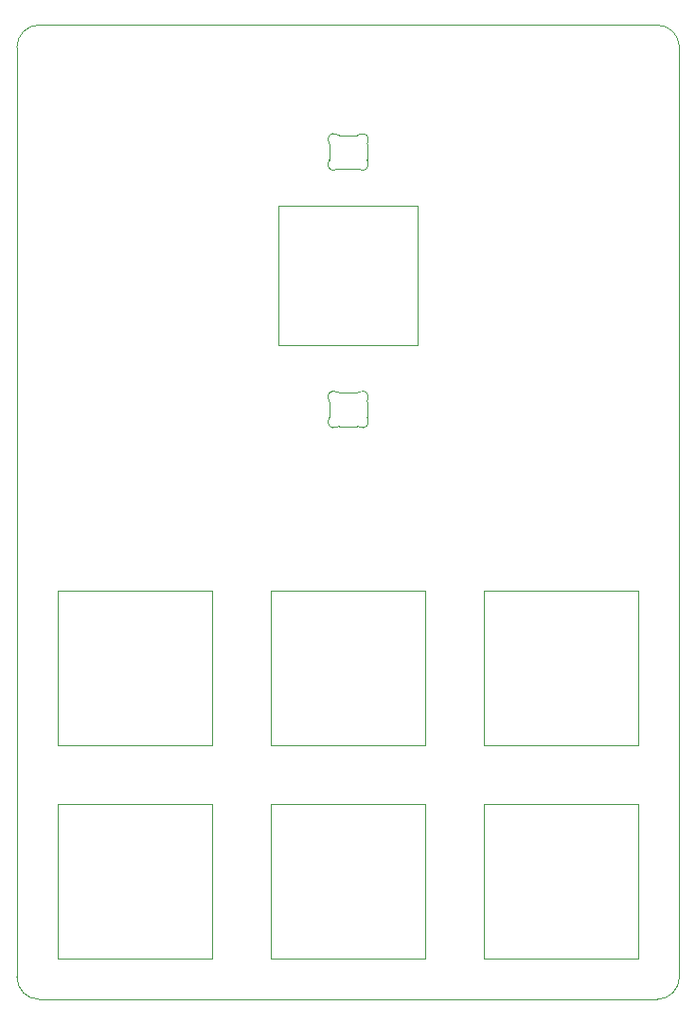
<source format=gm1>
%TF.GenerationSoftware,KiCad,Pcbnew,(6.0.4)*%
%TF.CreationDate,2022-08-26T14:02:31+02:00*%
%TF.ProjectId,Little Big Scroll 6 - Front Plate,4c697474-6c65-4204-9269-67205363726f,v1.1*%
%TF.SameCoordinates,Original*%
%TF.FileFunction,Profile,NP*%
%FSLAX46Y46*%
G04 Gerber Fmt 4.6, Leading zero omitted, Abs format (unit mm)*
G04 Created by KiCad (PCBNEW (6.0.4)) date 2022-08-26 14:02:31*
%MOMM*%
%LPD*%
G01*
G04 APERTURE LIST*
%TA.AperFunction,Profile*%
%ADD10C,0.050000*%
%TD*%
%TA.AperFunction,Profile*%
%ADD11C,0.100000*%
%TD*%
%TA.AperFunction,Profile*%
%ADD12C,0.120000*%
%TD*%
G04 APERTURE END LIST*
D10*
X82650399Y-45780000D02*
G75*
G03*
X80650000Y-47780399I1J-2000400D01*
G01*
X80650001Y-130790000D02*
G75*
G03*
X82650399Y-132790399I2000399J0D01*
G01*
X139890400Y-47780399D02*
G75*
G03*
X137890000Y-45780000I-2000400J-1D01*
G01*
X139890399Y-47780399D02*
X139890000Y-130789601D01*
X82650399Y-45780000D02*
X137890000Y-45780000D01*
X80650000Y-130790000D02*
X80650000Y-47780399D01*
X137889601Y-132790000D02*
G75*
G03*
X139890000Y-130789601I-1J2000400D01*
G01*
X137889601Y-132790000D02*
X82650399Y-132790399D01*
D11*
X98120000Y-110060000D02*
X98120000Y-96260000D01*
X98120000Y-96260000D02*
X84320000Y-96260000D01*
X84320000Y-96260000D02*
X84320000Y-110060000D01*
X84320000Y-110060000D02*
X98120000Y-110060000D01*
X103370000Y-96260000D02*
X103370000Y-110060000D01*
X103370000Y-110060000D02*
X117170000Y-110060000D01*
X117170000Y-96260000D02*
X103370000Y-96260000D01*
X117170000Y-110060000D02*
X117170000Y-96260000D01*
X136220000Y-96260000D02*
X122420000Y-96260000D01*
X122420000Y-110060000D02*
X136220000Y-110060000D01*
X136220000Y-110060000D02*
X136220000Y-96260000D01*
X122420000Y-96260000D02*
X122420000Y-110060000D01*
X84320000Y-115310000D02*
X84320000Y-129110000D01*
X98120000Y-115310000D02*
X84320000Y-115310000D01*
X98120000Y-129110000D02*
X98120000Y-115310000D01*
X84320000Y-129110000D02*
X98120000Y-129110000D01*
X103370000Y-115310000D02*
X103370000Y-129110000D01*
X103370000Y-129110000D02*
X117170000Y-129110000D01*
X117170000Y-115310000D02*
X103370000Y-115310000D01*
X117170000Y-129110000D02*
X117170000Y-115310000D01*
X136220000Y-129110000D02*
X136220000Y-115310000D01*
X122420000Y-115310000D02*
X122420000Y-129110000D01*
X136220000Y-115310000D02*
X122420000Y-115310000D01*
X122420000Y-129110000D02*
X136220000Y-129110000D01*
D12*
X104020000Y-61910000D02*
X116520000Y-61910000D01*
X116520000Y-61910000D02*
X116520000Y-74410000D01*
X104020000Y-74410000D02*
X104020000Y-61910000D01*
X116520000Y-74410000D02*
X104020000Y-74410000D01*
D11*
X111064452Y-58620000D02*
X109475547Y-58620000D01*
X108570001Y-57822843D02*
X108570001Y-56417159D01*
X109475548Y-55620001D02*
X111064452Y-55620001D01*
X111969999Y-56417159D02*
X111969999Y-57822843D01*
X109223289Y-55551702D02*
G75*
G03*
X108520516Y-56200282I-252259J-431700D01*
G01*
X109223289Y-55551702D02*
G75*
G03*
X109475548Y-55620001I252261J431712D01*
G01*
X111316711Y-58688300D02*
G75*
G03*
X111064453Y-58620001I-252261J-431710D01*
G01*
X112019484Y-56200281D02*
G75*
G03*
X111969999Y-56417158I450505J-216876D01*
G01*
X108520518Y-58039722D02*
G75*
G03*
X108570001Y-57822844I-450548J216882D01*
G01*
X109475547Y-58620000D02*
G75*
G03*
X109223289Y-58688299I3J-500010D01*
G01*
X112019484Y-56200281D02*
G75*
G03*
X111316711Y-55551704I-450515J216877D01*
G01*
X108520516Y-58039721D02*
G75*
G03*
X109223289Y-58688299I450514J-216879D01*
G01*
X108570005Y-56417159D02*
G75*
G03*
X108520516Y-56200281I-499705J59D01*
G01*
X111969999Y-57822843D02*
G75*
G03*
X112019484Y-58039721I499990J-2D01*
G01*
X111064452Y-55620001D02*
G75*
G03*
X111316710Y-55551702I-3J500009D01*
G01*
X111316711Y-58688300D02*
G75*
G03*
X112019484Y-58039721I252258J431701D01*
G01*
X108570001Y-80817843D02*
X108570001Y-79412159D01*
X111969999Y-79412159D02*
X111969999Y-80817843D01*
X111064452Y-81615000D02*
X109475547Y-81615000D01*
X109475548Y-78615001D02*
X111064452Y-78615001D01*
X109475547Y-81615000D02*
G75*
G03*
X109223289Y-81683299I3J-500010D01*
G01*
X108520516Y-81034721D02*
G75*
G03*
X109223289Y-81683299I450514J-216879D01*
G01*
X111316711Y-81683300D02*
G75*
G03*
X112019484Y-81034721I252258J431701D01*
G01*
X112019484Y-79195281D02*
G75*
G03*
X111969999Y-79412158I450505J-216876D01*
G01*
X111969999Y-80817843D02*
G75*
G03*
X112019484Y-81034721I499990J-2D01*
G01*
X109223289Y-78546702D02*
G75*
G03*
X108520516Y-79195282I-252259J-431700D01*
G01*
X108570005Y-79412159D02*
G75*
G03*
X108520516Y-79195281I-499705J59D01*
G01*
X109223289Y-78546702D02*
G75*
G03*
X109475548Y-78615001I252261J431712D01*
G01*
X111316711Y-81683300D02*
G75*
G03*
X111064453Y-81615001I-252261J-431710D01*
G01*
X111064452Y-78615001D02*
G75*
G03*
X111316710Y-78546702I-3J500009D01*
G01*
X108520518Y-81034722D02*
G75*
G03*
X108570001Y-80817844I-450548J216882D01*
G01*
X112019484Y-79195281D02*
G75*
G03*
X111316711Y-78546704I-450515J216877D01*
G01*
M02*

</source>
